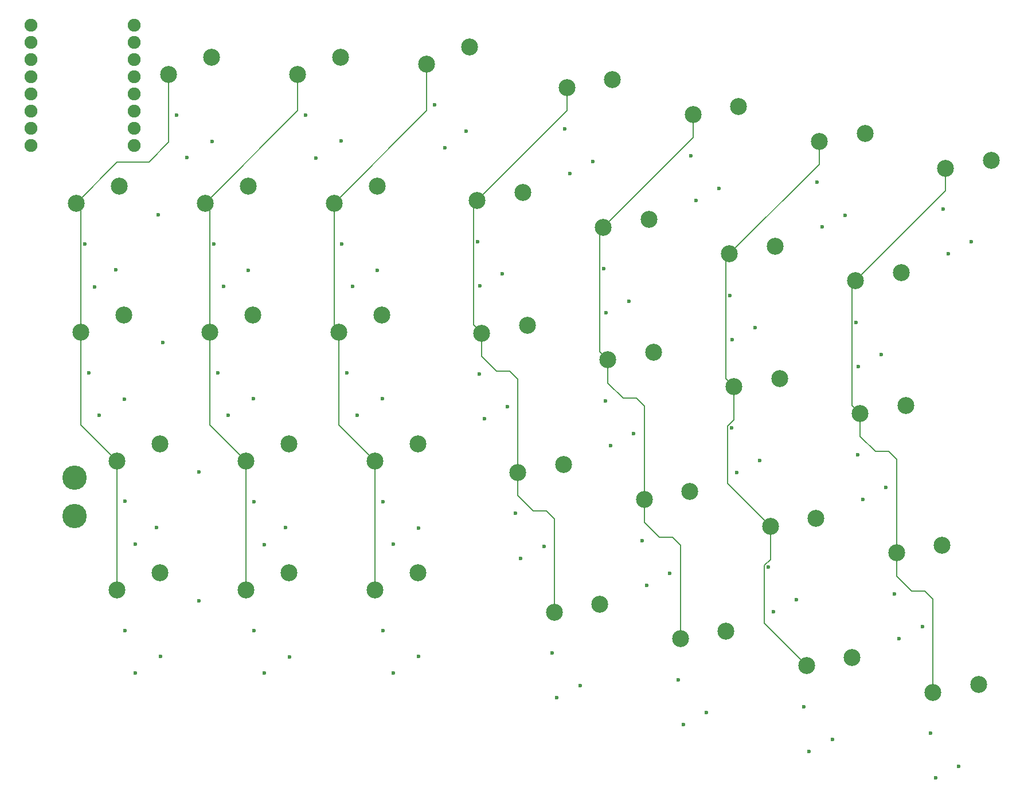
<source format=gbr>
%TF.GenerationSoftware,KiCad,Pcbnew,9.0.3*%
%TF.CreationDate,2025-11-25T19:45:44-05:00*%
%TF.ProjectId,Wren,5772656e-2e6b-4696-9361-645f70636258,rev?*%
%TF.SameCoordinates,Original*%
%TF.FileFunction,Copper,L1,Top*%
%TF.FilePolarity,Positive*%
%FSLAX46Y46*%
G04 Gerber Fmt 4.6, Leading zero omitted, Abs format (unit mm)*
G04 Created by KiCad (PCBNEW 9.0.3) date 2025-11-25 19:45:44*
%MOMM*%
%LPD*%
G01*
G04 APERTURE LIST*
%TA.AperFunction,ComponentPad*%
%ADD10C,2.500000*%
%TD*%
%TA.AperFunction,ComponentPad*%
%ADD11C,3.600000*%
%TD*%
%TA.AperFunction,ComponentPad*%
%ADD12C,1.905000*%
%TD*%
%TA.AperFunction,ViaPad*%
%ADD13C,0.600000*%
%TD*%
%TA.AperFunction,Conductor*%
%ADD14C,0.200000*%
%TD*%
G04 APERTURE END LIST*
D10*
%TO.P,SW13,1,1*%
%TO.N,col5*%
X241463155Y-200246123D03*
%TO.P,SW13,2,2*%
%TO.N,Net-(D13-A)*%
X248202488Y-199081868D03*
%TD*%
%TO.P,SW20,1,1*%
%TO.N,col5*%
X242160838Y-219870035D03*
%TO.P,SW20,2,2*%
%TO.N,Net-(D20-A)*%
X248900171Y-218705780D03*
%TD*%
%TO.P,SW24,1,1*%
%TO.N,col2*%
X189132000Y-230837500D03*
%TO.P,SW24,2,2*%
%TO.N,Net-(D24-A)*%
X195482000Y-228297500D03*
%TD*%
%TO.P,SW16,1,1*%
%TO.N,col1*%
X164732000Y-211787500D03*
%TO.P,SW16,2,2*%
%TO.N,Net-(D16-A)*%
X171082000Y-209247500D03*
%TD*%
%TO.P,SW28,1,1*%
%TO.N,col6*%
X266150731Y-244444865D03*
%TO.P,SW28,2,2*%
%TO.N,Net-(D28-A)*%
X272890064Y-243280610D03*
%TD*%
%TO.P,SW8,1,1*%
%TO.N,col0*%
X144982000Y-192737500D03*
%TO.P,SW8,2,2*%
%TO.N,Net-(D8-A)*%
X151332000Y-190197500D03*
%TD*%
%TO.P,SW6,1,1*%
%TO.N,col5*%
X254740774Y-183592811D03*
%TO.P,SW6,2,2*%
%TO.N,Net-(D6-A)*%
X261480107Y-182428556D03*
%TD*%
%TO.P,SW5,1,1*%
%TO.N,col4*%
X236107062Y-179632093D03*
%TO.P,SW5,2,2*%
%TO.N,Net-(D5-A)*%
X242846395Y-178467838D03*
%TD*%
D11*
%TO.P,J4,1,Pin_1*%
%TO.N,GND*%
X144800000Y-238950000D03*
%TD*%
D10*
%TO.P,SW19,1,1*%
%TO.N,col4*%
X223527126Y-215909317D03*
%TO.P,SW19,2,2*%
%TO.N,Net-(D19-A)*%
X230266459Y-214745062D03*
%TD*%
%TO.P,SW25,1,1*%
%TO.N,col3*%
X210249596Y-232562712D03*
%TO.P,SW25,2,2*%
%TO.N,Net-(D25-A)*%
X216988929Y-231398457D03*
%TD*%
%TO.P,SW30,1,1*%
%TO.N,col1*%
X170082000Y-249887500D03*
%TO.P,SW30,2,2*%
%TO.N,Net-(D30-A)*%
X176432000Y-247347500D03*
%TD*%
%TO.P,SW21,1,1*%
%TO.N,col6*%
X260794549Y-223830753D03*
%TO.P,SW21,2,2*%
%TO.N,Net-(D21-A)*%
X267533882Y-222666498D03*
%TD*%
%TO.P,SW3,1,1*%
%TO.N,col2*%
X196772000Y-172187100D03*
%TO.P,SW3,2,2*%
%TO.N,Net-(D3-A)*%
X203122000Y-169647100D03*
%TD*%
%TO.P,SW18,1,1*%
%TO.N,col3*%
X204893414Y-211948600D03*
%TO.P,SW18,2,2*%
%TO.N,Net-(D18-A)*%
X211632747Y-210784345D03*
%TD*%
D11*
%TO.P,J3,1,Pin_1*%
%TO.N,+5V*%
X144800000Y-233300000D03*
%TD*%
D10*
%TO.P,SW23,1,1*%
%TO.N,col1*%
X170082000Y-230837500D03*
%TO.P,SW23,2,2*%
%TO.N,Net-(D23-A)*%
X176432000Y-228297500D03*
%TD*%
%TO.P,SW4,1,1*%
%TO.N,col3*%
X217473350Y-175671376D03*
%TO.P,SW4,2,2*%
%TO.N,Net-(D4-A)*%
X224212683Y-174507121D03*
%TD*%
%TO.P,SW34,1,1*%
%TO.N,col5*%
X252873002Y-261098159D03*
%TO.P,SW34,2,2*%
%TO.N,Net-(D34-A)*%
X259612335Y-259933904D03*
%TD*%
%TO.P,SW11,1,1*%
%TO.N,col3*%
X204195732Y-192324688D03*
%TO.P,SW11,2,2*%
%TO.N,Net-(D11-A)*%
X210935065Y-191160433D03*
%TD*%
%TO.P,SW32,1,1*%
%TO.N,col3*%
X215605578Y-253176724D03*
%TO.P,SW32,2,2*%
%TO.N,Net-(D32-A)*%
X222344911Y-252012469D03*
%TD*%
%TO.P,SW9,1,1*%
%TO.N,col1*%
X164032000Y-192737500D03*
%TO.P,SW9,2,2*%
%TO.N,Net-(D9-A)*%
X170382000Y-190197500D03*
%TD*%
%TO.P,SW7,1,1*%
%TO.N,col6*%
X273374486Y-187553529D03*
%TO.P,SW7,2,2*%
%TO.N,Net-(D7-A)*%
X280113819Y-186389274D03*
%TD*%
%TO.P,SW10,1,1*%
%TO.N,col2*%
X183082000Y-192737500D03*
%TO.P,SW10,2,2*%
%TO.N,Net-(D10-A)*%
X189432000Y-190197500D03*
%TD*%
%TO.P,SW26,1,1*%
%TO.N,col4*%
X228883308Y-236523430D03*
%TO.P,SW26,2,2*%
%TO.N,Net-(D26-A)*%
X235622641Y-235359175D03*
%TD*%
%TO.P,SW15,1,1*%
%TO.N,col0*%
X145682000Y-211787500D03*
%TO.P,SW15,2,2*%
%TO.N,Net-(D15-A)*%
X152032000Y-209247500D03*
%TD*%
%TO.P,SW1,1,1*%
%TO.N,col0*%
X158672000Y-173687500D03*
%TO.P,SW1,2,2*%
%TO.N,Net-(D1-A)*%
X165022000Y-171147500D03*
%TD*%
%TO.P,SW22,1,1*%
%TO.N,col0*%
X151032000Y-230837500D03*
%TO.P,SW22,2,2*%
%TO.N,Net-(D22-A)*%
X157382000Y-228297500D03*
%TD*%
%TO.P,SW33,1,1*%
%TO.N,col4*%
X234239290Y-257137442D03*
%TO.P,SW33,2,2*%
%TO.N,Net-(D33-A)*%
X240978623Y-255973187D03*
%TD*%
%TO.P,SW17,1,1*%
%TO.N,col2*%
X183782000Y-211787500D03*
%TO.P,SW17,2,2*%
%TO.N,Net-(D17-A)*%
X190132000Y-209247500D03*
%TD*%
%TO.P,SW35,1,1*%
%TO.N,col6*%
X271506713Y-265058877D03*
%TO.P,SW35,2,2*%
%TO.N,Net-(D35-A)*%
X278246046Y-263894622D03*
%TD*%
%TO.P,SW12,1,1*%
%TO.N,col4*%
X222829444Y-196285406D03*
%TO.P,SW12,2,2*%
%TO.N,Net-(D12-A)*%
X229568777Y-195121151D03*
%TD*%
%TO.P,SW14,1,1*%
%TO.N,col6*%
X260096867Y-204206841D03*
%TO.P,SW14,2,2*%
%TO.N,Net-(D14-A)*%
X266836200Y-203042586D03*
%TD*%
%TO.P,SW27,1,1*%
%TO.N,col5*%
X247517020Y-240484148D03*
%TO.P,SW27,2,2*%
%TO.N,Net-(D27-A)*%
X254256353Y-239319893D03*
%TD*%
%TO.P,SW31,1,1*%
%TO.N,col2*%
X189132000Y-249887500D03*
%TO.P,SW31,2,2*%
%TO.N,Net-(D31-A)*%
X195482000Y-247347500D03*
%TD*%
D12*
%TO.P,U1,0,GPIO0*%
%TO.N,col0*%
X138310000Y-184250000D03*
%TO.P,U1,1,GPIO1*%
%TO.N,col1*%
X138310000Y-181710000D03*
%TO.P,U1,2,GPIO2*%
%TO.N,col2*%
X138310000Y-179170000D03*
%TO.P,U1,3,GPIO3*%
%TO.N,col3*%
X138310000Y-176630000D03*
%TO.P,U1,3.3,3V3*%
%TO.N,unconnected-(U1-3V3-Pad3.3)*%
X138310000Y-171550000D03*
%TO.P,U1,4,GPIO4*%
%TO.N,col4*%
X138310000Y-174090000D03*
%TO.P,U1,5,GPIO5*%
%TO.N,row0*%
X153550000Y-166470000D03*
%TO.P,U1,5V,5V*%
%TO.N,+5V*%
X138310000Y-166470000D03*
%TO.P,U1,6,GPIO6*%
%TO.N,led*%
X153550000Y-169010000D03*
%TO.P,U1,7,GPIO7*%
%TO.N,row4*%
X153550000Y-171550000D03*
%TO.P,U1,8,GPIO8*%
%TO.N,row3*%
X153550000Y-174090000D03*
%TO.P,U1,9,GPIO9*%
%TO.N,row2*%
X153550000Y-176630000D03*
%TO.P,U1,10,GPIO10*%
%TO.N,row1*%
X153550000Y-179170000D03*
%TO.P,U1,20,GPIO20*%
%TO.N,col6*%
X153550000Y-181710000D03*
%TO.P,U1,21,GPIO21*%
%TO.N,col5*%
X153550000Y-184250000D03*
%TO.P,U1,G,GND*%
%TO.N,GND*%
X138310000Y-169010000D03*
%TD*%
D10*
%TO.P,SW2,1,1*%
%TO.N,col1*%
X177722000Y-173687500D03*
%TO.P,SW2,2,2*%
%TO.N,Net-(D2-A)*%
X184072000Y-171147500D03*
%TD*%
%TO.P,SW29,1,1*%
%TO.N,col0*%
X151032000Y-249887500D03*
%TO.P,SW29,2,2*%
%TO.N,Net-(D29-A)*%
X157382000Y-247347500D03*
%TD*%
D13*
%TO.N,GND*%
X241540330Y-206400000D03*
X167450000Y-224100000D03*
X190300000Y-255900000D03*
X152200000Y-255900000D03*
X253250000Y-273750000D03*
X184250000Y-198750000D03*
X190300000Y-236850000D03*
%TO.N,row1*%
X157150000Y-194450000D03*
%TO.N,+5V*%
X208704374Y-222854374D03*
%TO.N,GND*%
X171250000Y-255900000D03*
%TO.N,+5V*%
X256693948Y-271993948D03*
%TO.N,GND*%
X191850000Y-262200000D03*
X204550000Y-218000000D03*
X147750000Y-205100000D03*
X148400000Y-224100000D03*
X260500000Y-216850000D03*
X242550000Y-232550000D03*
X180450000Y-186050000D03*
%TO.N,+5V*%
X264596018Y-234746018D03*
%TO.N,GND*%
X266550000Y-257100000D03*
X241850000Y-212900000D03*
%TO.N,+5V*%
X245263006Y-211163006D03*
%TO.N,GND*%
X233900000Y-263200000D03*
%TO.N,+5V*%
X227326589Y-226826589D03*
%TO.N,GND*%
X223250000Y-208950000D03*
X165332000Y-198750000D03*
X159850000Y-179700000D03*
X254400000Y-189650000D03*
X146282000Y-198750000D03*
X153750000Y-262200000D03*
X260450000Y-229900000D03*
X191850000Y-243100000D03*
%TO.N,+5V*%
X277197375Y-198447375D03*
%TO.N,GND*%
X165900000Y-217800000D03*
X217900000Y-188350000D03*
X184950000Y-217800000D03*
X166750000Y-205050000D03*
X260174041Y-210350000D03*
X223950000Y-228550000D03*
X271900000Y-277700000D03*
X228550000Y-242600000D03*
X152200000Y-236800000D03*
X197950000Y-178200000D03*
X255150000Y-196250000D03*
X235800000Y-185700000D03*
X204272906Y-198450000D03*
X241800000Y-225950000D03*
X171250000Y-236850000D03*
X247950000Y-253150000D03*
X234650000Y-269800000D03*
X209900000Y-238600000D03*
X153750000Y-243150000D03*
X222906618Y-202450000D03*
X186500000Y-224050000D03*
X172800000Y-243200000D03*
X216000000Y-265800000D03*
X199500000Y-184550000D03*
X161400000Y-186000000D03*
X271150000Y-271100000D03*
X247200000Y-246550000D03*
X261200000Y-236500000D03*
X172800000Y-262150000D03*
X178900000Y-179700000D03*
X217150000Y-181750000D03*
X273800000Y-200250000D03*
X265800000Y-250500000D03*
X252500000Y-267150000D03*
X146850000Y-217800000D03*
X236500000Y-192300000D03*
X215250000Y-259250000D03*
%TO.N,+5V*%
X245973804Y-230773804D03*
%TO.N,GND*%
X205300000Y-224600000D03*
%TO.N,row4*%
X163150000Y-251500000D03*
%TO.N,+5V*%
X150822221Y-202622221D03*
X165078500Y-183578500D03*
X175947221Y-240697221D03*
X238046733Y-268046733D03*
X207961716Y-203211716D03*
X219424518Y-264074518D03*
X176492000Y-259775000D03*
X156872221Y-240722221D03*
X189492000Y-202625000D03*
X239927945Y-190527945D03*
X184132000Y-183550000D03*
X171142000Y-221650000D03*
X195542000Y-240725000D03*
X232686736Y-247436736D03*
X157442000Y-259750000D03*
X195542000Y-259750000D03*
X152092000Y-221675000D03*
X170442000Y-202625000D03*
%TO.N,GND*%
X210650000Y-245250000D03*
%TO.N,+5V*%
X263910221Y-215110221D03*
X269956166Y-255356166D03*
X258550160Y-194500160D03*
X202617021Y-182067021D03*
X221280730Y-186580730D03*
X190192000Y-221650000D03*
%TO.N,row2*%
X157800000Y-213350000D03*
%TO.N,row3*%
X163150000Y-232450000D03*
%TO.N,GND*%
X273050000Y-193600000D03*
X204600000Y-204950000D03*
X185850000Y-205050000D03*
%TO.N,+5V*%
X251333952Y-251383952D03*
X214064522Y-243464522D03*
X275316163Y-275966163D03*
X226650000Y-207200000D03*
%TO.N,GND*%
X223200000Y-222000000D03*
X229300000Y-249200000D03*
%TD*%
D14*
%TO.N,col4*%
X223527126Y-215909317D02*
X222306618Y-214688809D01*
X222829444Y-196285406D02*
X236107062Y-183007788D01*
%TO.N,col2*%
X189132000Y-230837500D02*
X189132000Y-249887500D01*
%TO.N,col6*%
X260794549Y-223830753D02*
X259574041Y-222610245D01*
%TO.N,col3*%
X210249596Y-235965520D02*
X210249596Y-232562712D01*
%TO.N,col4*%
X234239290Y-257137442D02*
X234239290Y-243334588D01*
%TO.N,col5*%
X246599000Y-254824157D02*
X252873002Y-261098159D01*
%TO.N,col6*%
X273374486Y-190929222D02*
X273374486Y-187553529D01*
%TO.N,col4*%
X222306618Y-214688809D02*
X222306618Y-196808232D01*
%TO.N,col1*%
X164732000Y-193437500D02*
X164032000Y-192737500D01*
%TO.N,col2*%
X183782000Y-225487500D02*
X183782000Y-211787500D01*
%TO.N,col6*%
X266150731Y-244444865D02*
X266150731Y-230642111D01*
%TO.N,col3*%
X203672906Y-210728092D02*
X203672906Y-192847514D01*
%TO.N,col5*%
X242160838Y-219870035D02*
X242160838Y-224739219D01*
%TO.N,col0*%
X151032000Y-230837500D02*
X145682000Y-225487500D01*
%TO.N,col3*%
X204195732Y-192324688D02*
X217473350Y-179047070D01*
X204893414Y-215351408D02*
X204893414Y-211948600D01*
%TO.N,col6*%
X268375562Y-250072504D02*
X266150731Y-247847673D01*
%TO.N,col5*%
X240939330Y-218648527D02*
X242160838Y-219870035D01*
X254740774Y-183592811D02*
X254740774Y-186968504D01*
%TO.N,col3*%
X210249596Y-232562712D02*
X210249596Y-218759958D01*
%TO.N,col4*%
X228883308Y-222720675D02*
X227699589Y-221536956D01*
%TO.N,col0*%
X145682000Y-193437500D02*
X144982000Y-192737500D01*
%TO.N,col2*%
X196772000Y-172187100D02*
X196772000Y-179047500D01*
%TO.N,col0*%
X155750000Y-186650000D02*
X151069500Y-186650000D01*
%TO.N,col1*%
X170082000Y-230837500D02*
X164732000Y-225487500D01*
%TO.N,col0*%
X158672000Y-173687500D02*
X158672000Y-183728000D01*
X145682000Y-225487500D02*
X145682000Y-211787500D01*
X145682000Y-211787500D02*
X145682000Y-193437500D01*
X158672000Y-183728000D02*
X155750000Y-186650000D01*
X151069500Y-186650000D02*
X144982000Y-192737500D01*
%TO.N,col3*%
X209065877Y-217576239D02*
X207118245Y-217576239D01*
%TO.N,col6*%
X266150731Y-247847673D02*
X266150731Y-244444865D01*
%TO.N,col0*%
X151032000Y-230837500D02*
X151032000Y-249887500D01*
%TO.N,col3*%
X210249596Y-218759958D02*
X209065877Y-217576239D01*
%TO.N,col6*%
X271506713Y-265058877D02*
X271506713Y-251256023D01*
%TO.N,col4*%
X236107062Y-183007788D02*
X236107062Y-179632093D01*
%TO.N,col6*%
X260794549Y-227233561D02*
X260794549Y-223830753D01*
%TO.N,col4*%
X222306618Y-196808232D02*
X222829444Y-196285406D01*
%TO.N,col1*%
X164032000Y-192737500D02*
X177722000Y-179047500D01*
%TO.N,col3*%
X217473350Y-179047070D02*
X217473350Y-175671376D01*
%TO.N,col5*%
X247517020Y-240484148D02*
X247517020Y-245383037D01*
%TO.N,col1*%
X177722000Y-179047500D02*
X177722000Y-173687500D01*
X164732000Y-225487500D02*
X164732000Y-211787500D01*
X164732000Y-211787500D02*
X164732000Y-193437500D01*
X170082000Y-249887500D02*
X170082000Y-230837500D01*
%TO.N,col2*%
X183082000Y-192737500D02*
X183082000Y-211087500D01*
X189132000Y-230837500D02*
X183782000Y-225487500D01*
X196772000Y-179047500D02*
X183082000Y-192737500D01*
X183082000Y-211087500D02*
X183782000Y-211787500D01*
%TO.N,col3*%
X215605578Y-253176724D02*
X215605578Y-239373870D01*
X203672906Y-192847514D02*
X204195732Y-192324688D01*
X215605578Y-239373870D02*
X214422059Y-238190351D01*
X207118245Y-217576239D02*
X204893414Y-215351408D01*
X212474427Y-238190351D02*
X210249596Y-235965520D01*
X204893414Y-211948600D02*
X203672906Y-210728092D01*
X214422059Y-238190351D02*
X212474427Y-238190351D01*
%TO.N,col4*%
X227699589Y-221536956D02*
X225751957Y-221536956D01*
X228883308Y-236523430D02*
X228883308Y-222720675D01*
X225751957Y-221536956D02*
X223527126Y-219312125D01*
X234239290Y-243334588D02*
X233055771Y-242151069D01*
X233055771Y-242151069D02*
X231108139Y-242151069D01*
X231108139Y-242151069D02*
X228883308Y-239926238D01*
X223527126Y-219312125D02*
X223527126Y-215909317D01*
X228883308Y-239926238D02*
X228883308Y-236523430D01*
%TO.N,col5*%
X242160838Y-224739219D02*
X241199000Y-225701057D01*
X240939330Y-200769948D02*
X240939330Y-218648527D01*
X246599000Y-246301057D02*
X246599000Y-254824157D01*
X254740774Y-186968504D02*
X241463155Y-200246123D01*
X247517020Y-245383037D02*
X246599000Y-246301057D01*
X241463155Y-200246123D02*
X240939330Y-200769948D01*
X241199000Y-225701057D02*
X241199000Y-234166128D01*
X241199000Y-234166128D02*
X247517020Y-240484148D01*
%TO.N,col6*%
X266150731Y-230642111D02*
X264967012Y-229458392D01*
X264967012Y-229458392D02*
X263019380Y-229458392D01*
X263019380Y-229458392D02*
X260794549Y-227233561D01*
X271506713Y-251256023D02*
X270323194Y-250072504D01*
X259574041Y-204729667D02*
X260096867Y-204206841D01*
X270323194Y-250072504D02*
X268375562Y-250072504D01*
X260096867Y-204206841D02*
X273374486Y-190929222D01*
X259574041Y-222610245D02*
X259574041Y-204729667D01*
%TD*%
M02*

</source>
